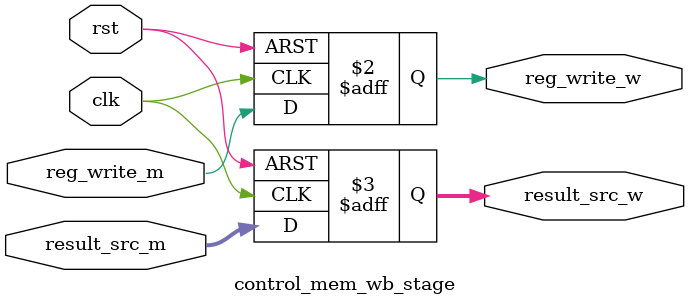
<source format=sv>


module control_mem_wb_stage (
       input logic clk, rst, //clr,

       //input 
       input logic reg_write_m,
       input logic [1:0] result_src_m, 

       //output
       output logic reg_write_w,
       output logic [1:0] result_src_w 
);

always_ff @ (posedge clk or posedge rst) 
begin
       if (rst) begin
              reg_write_w <= 0;
              result_src_w <= 0;
       end

       else begin
              reg_write_w <= reg_write_m;
              result_src_w <= result_src_m;
       end

end


endmodule
</source>
